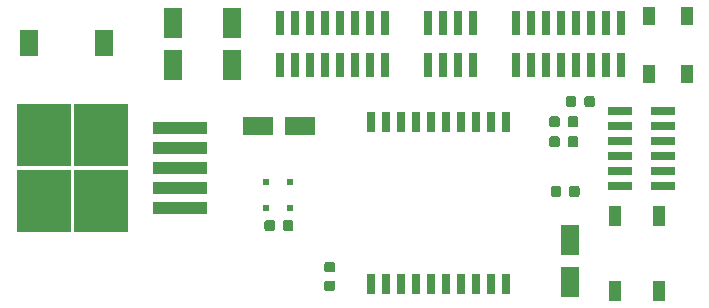
<source format=gbr>
G04 #@! TF.GenerationSoftware,KiCad,Pcbnew,5.1.0*
G04 #@! TF.CreationDate,2019-04-01T22:05:57-06:00*
G04 #@! TF.ProjectId,minisumo-FreeRTOS,6d696e69-7375-46d6-9f2d-467265655254,rev?*
G04 #@! TF.SameCoordinates,Original*
G04 #@! TF.FileFunction,Paste,Top*
G04 #@! TF.FilePolarity,Positive*
%FSLAX46Y46*%
G04 Gerber Fmt 4.6, Leading zero omitted, Abs format (unit mm)*
G04 Created by KiCad (PCBNEW 5.1.0) date 2019-04-01 22:05:57*
%MOMM*%
%LPD*%
G04 APERTURE LIST*
%ADD10R,1.500000X2.200000*%
%ADD11R,4.600000X1.100000*%
%ADD12R,4.550000X5.250000*%
%ADD13R,0.700000X1.700000*%
%ADD14R,2.600000X1.600000*%
%ADD15C,0.100000*%
%ADD16C,0.875000*%
%ADD17R,1.600000X2.600000*%
%ADD18R,0.500000X0.500000*%
%ADD19R,1.000000X1.500000*%
%ADD20R,0.750000X2.100000*%
%ADD21R,2.100000X0.750000*%
%ADD22R,1.000000X1.700000*%
G04 APERTURE END LIST*
D10*
X117700000Y-88400000D03*
X111300000Y-88400000D03*
D11*
X124150000Y-102400000D03*
X124150000Y-100700000D03*
X124150000Y-99000000D03*
X124150000Y-97300000D03*
X124150000Y-95600000D03*
D12*
X112575000Y-96225000D03*
X117425000Y-101775000D03*
X112575000Y-101775000D03*
X117425000Y-96225000D03*
D13*
X140285000Y-95150000D03*
X141555000Y-95150000D03*
X142825000Y-95150000D03*
X144095000Y-95150000D03*
X145365000Y-95150000D03*
X146635000Y-95150000D03*
X147905000Y-95150000D03*
X149175000Y-95150000D03*
X150445000Y-95150000D03*
X151715000Y-95150000D03*
X151715000Y-108850000D03*
X150445000Y-108850000D03*
X149175000Y-108850000D03*
X147905000Y-108850000D03*
X146635000Y-108850000D03*
X145365000Y-108850000D03*
X144095000Y-108850000D03*
X142825000Y-108850000D03*
X141555000Y-108850000D03*
X140285000Y-108850000D03*
D14*
X130700000Y-95500000D03*
X134300000Y-95500000D03*
D15*
G36*
X157627691Y-94626053D02*
G01*
X157648926Y-94629203D01*
X157669750Y-94634419D01*
X157689962Y-94641651D01*
X157709368Y-94650830D01*
X157727781Y-94661866D01*
X157745024Y-94674654D01*
X157760930Y-94689070D01*
X157775346Y-94704976D01*
X157788134Y-94722219D01*
X157799170Y-94740632D01*
X157808349Y-94760038D01*
X157815581Y-94780250D01*
X157820797Y-94801074D01*
X157823947Y-94822309D01*
X157825000Y-94843750D01*
X157825000Y-95356250D01*
X157823947Y-95377691D01*
X157820797Y-95398926D01*
X157815581Y-95419750D01*
X157808349Y-95439962D01*
X157799170Y-95459368D01*
X157788134Y-95477781D01*
X157775346Y-95495024D01*
X157760930Y-95510930D01*
X157745024Y-95525346D01*
X157727781Y-95538134D01*
X157709368Y-95549170D01*
X157689962Y-95558349D01*
X157669750Y-95565581D01*
X157648926Y-95570797D01*
X157627691Y-95573947D01*
X157606250Y-95575000D01*
X157168750Y-95575000D01*
X157147309Y-95573947D01*
X157126074Y-95570797D01*
X157105250Y-95565581D01*
X157085038Y-95558349D01*
X157065632Y-95549170D01*
X157047219Y-95538134D01*
X157029976Y-95525346D01*
X157014070Y-95510930D01*
X156999654Y-95495024D01*
X156986866Y-95477781D01*
X156975830Y-95459368D01*
X156966651Y-95439962D01*
X156959419Y-95419750D01*
X156954203Y-95398926D01*
X156951053Y-95377691D01*
X156950000Y-95356250D01*
X156950000Y-94843750D01*
X156951053Y-94822309D01*
X156954203Y-94801074D01*
X156959419Y-94780250D01*
X156966651Y-94760038D01*
X156975830Y-94740632D01*
X156986866Y-94722219D01*
X156999654Y-94704976D01*
X157014070Y-94689070D01*
X157029976Y-94674654D01*
X157047219Y-94661866D01*
X157065632Y-94650830D01*
X157085038Y-94641651D01*
X157105250Y-94634419D01*
X157126074Y-94629203D01*
X157147309Y-94626053D01*
X157168750Y-94625000D01*
X157606250Y-94625000D01*
X157627691Y-94626053D01*
X157627691Y-94626053D01*
G37*
D16*
X157387500Y-95100000D03*
D15*
G36*
X156052691Y-94626053D02*
G01*
X156073926Y-94629203D01*
X156094750Y-94634419D01*
X156114962Y-94641651D01*
X156134368Y-94650830D01*
X156152781Y-94661866D01*
X156170024Y-94674654D01*
X156185930Y-94689070D01*
X156200346Y-94704976D01*
X156213134Y-94722219D01*
X156224170Y-94740632D01*
X156233349Y-94760038D01*
X156240581Y-94780250D01*
X156245797Y-94801074D01*
X156248947Y-94822309D01*
X156250000Y-94843750D01*
X156250000Y-95356250D01*
X156248947Y-95377691D01*
X156245797Y-95398926D01*
X156240581Y-95419750D01*
X156233349Y-95439962D01*
X156224170Y-95459368D01*
X156213134Y-95477781D01*
X156200346Y-95495024D01*
X156185930Y-95510930D01*
X156170024Y-95525346D01*
X156152781Y-95538134D01*
X156134368Y-95549170D01*
X156114962Y-95558349D01*
X156094750Y-95565581D01*
X156073926Y-95570797D01*
X156052691Y-95573947D01*
X156031250Y-95575000D01*
X155593750Y-95575000D01*
X155572309Y-95573947D01*
X155551074Y-95570797D01*
X155530250Y-95565581D01*
X155510038Y-95558349D01*
X155490632Y-95549170D01*
X155472219Y-95538134D01*
X155454976Y-95525346D01*
X155439070Y-95510930D01*
X155424654Y-95495024D01*
X155411866Y-95477781D01*
X155400830Y-95459368D01*
X155391651Y-95439962D01*
X155384419Y-95419750D01*
X155379203Y-95398926D01*
X155376053Y-95377691D01*
X155375000Y-95356250D01*
X155375000Y-94843750D01*
X155376053Y-94822309D01*
X155379203Y-94801074D01*
X155384419Y-94780250D01*
X155391651Y-94760038D01*
X155400830Y-94740632D01*
X155411866Y-94722219D01*
X155424654Y-94704976D01*
X155439070Y-94689070D01*
X155454976Y-94674654D01*
X155472219Y-94661866D01*
X155490632Y-94650830D01*
X155510038Y-94641651D01*
X155530250Y-94634419D01*
X155551074Y-94629203D01*
X155572309Y-94626053D01*
X155593750Y-94625000D01*
X156031250Y-94625000D01*
X156052691Y-94626053D01*
X156052691Y-94626053D01*
G37*
D16*
X155812500Y-95100000D03*
D15*
G36*
X156052691Y-96326053D02*
G01*
X156073926Y-96329203D01*
X156094750Y-96334419D01*
X156114962Y-96341651D01*
X156134368Y-96350830D01*
X156152781Y-96361866D01*
X156170024Y-96374654D01*
X156185930Y-96389070D01*
X156200346Y-96404976D01*
X156213134Y-96422219D01*
X156224170Y-96440632D01*
X156233349Y-96460038D01*
X156240581Y-96480250D01*
X156245797Y-96501074D01*
X156248947Y-96522309D01*
X156250000Y-96543750D01*
X156250000Y-97056250D01*
X156248947Y-97077691D01*
X156245797Y-97098926D01*
X156240581Y-97119750D01*
X156233349Y-97139962D01*
X156224170Y-97159368D01*
X156213134Y-97177781D01*
X156200346Y-97195024D01*
X156185930Y-97210930D01*
X156170024Y-97225346D01*
X156152781Y-97238134D01*
X156134368Y-97249170D01*
X156114962Y-97258349D01*
X156094750Y-97265581D01*
X156073926Y-97270797D01*
X156052691Y-97273947D01*
X156031250Y-97275000D01*
X155593750Y-97275000D01*
X155572309Y-97273947D01*
X155551074Y-97270797D01*
X155530250Y-97265581D01*
X155510038Y-97258349D01*
X155490632Y-97249170D01*
X155472219Y-97238134D01*
X155454976Y-97225346D01*
X155439070Y-97210930D01*
X155424654Y-97195024D01*
X155411866Y-97177781D01*
X155400830Y-97159368D01*
X155391651Y-97139962D01*
X155384419Y-97119750D01*
X155379203Y-97098926D01*
X155376053Y-97077691D01*
X155375000Y-97056250D01*
X155375000Y-96543750D01*
X155376053Y-96522309D01*
X155379203Y-96501074D01*
X155384419Y-96480250D01*
X155391651Y-96460038D01*
X155400830Y-96440632D01*
X155411866Y-96422219D01*
X155424654Y-96404976D01*
X155439070Y-96389070D01*
X155454976Y-96374654D01*
X155472219Y-96361866D01*
X155490632Y-96350830D01*
X155510038Y-96341651D01*
X155530250Y-96334419D01*
X155551074Y-96329203D01*
X155572309Y-96326053D01*
X155593750Y-96325000D01*
X156031250Y-96325000D01*
X156052691Y-96326053D01*
X156052691Y-96326053D01*
G37*
D16*
X155812500Y-96800000D03*
D15*
G36*
X157627691Y-96326053D02*
G01*
X157648926Y-96329203D01*
X157669750Y-96334419D01*
X157689962Y-96341651D01*
X157709368Y-96350830D01*
X157727781Y-96361866D01*
X157745024Y-96374654D01*
X157760930Y-96389070D01*
X157775346Y-96404976D01*
X157788134Y-96422219D01*
X157799170Y-96440632D01*
X157808349Y-96460038D01*
X157815581Y-96480250D01*
X157820797Y-96501074D01*
X157823947Y-96522309D01*
X157825000Y-96543750D01*
X157825000Y-97056250D01*
X157823947Y-97077691D01*
X157820797Y-97098926D01*
X157815581Y-97119750D01*
X157808349Y-97139962D01*
X157799170Y-97159368D01*
X157788134Y-97177781D01*
X157775346Y-97195024D01*
X157760930Y-97210930D01*
X157745024Y-97225346D01*
X157727781Y-97238134D01*
X157709368Y-97249170D01*
X157689962Y-97258349D01*
X157669750Y-97265581D01*
X157648926Y-97270797D01*
X157627691Y-97273947D01*
X157606250Y-97275000D01*
X157168750Y-97275000D01*
X157147309Y-97273947D01*
X157126074Y-97270797D01*
X157105250Y-97265581D01*
X157085038Y-97258349D01*
X157065632Y-97249170D01*
X157047219Y-97238134D01*
X157029976Y-97225346D01*
X157014070Y-97210930D01*
X156999654Y-97195024D01*
X156986866Y-97177781D01*
X156975830Y-97159368D01*
X156966651Y-97139962D01*
X156959419Y-97119750D01*
X156954203Y-97098926D01*
X156951053Y-97077691D01*
X156950000Y-97056250D01*
X156950000Y-96543750D01*
X156951053Y-96522309D01*
X156954203Y-96501074D01*
X156959419Y-96480250D01*
X156966651Y-96460038D01*
X156975830Y-96440632D01*
X156986866Y-96422219D01*
X156999654Y-96404976D01*
X157014070Y-96389070D01*
X157029976Y-96374654D01*
X157047219Y-96361866D01*
X157065632Y-96350830D01*
X157085038Y-96341651D01*
X157105250Y-96334419D01*
X157126074Y-96329203D01*
X157147309Y-96326053D01*
X157168750Y-96325000D01*
X157606250Y-96325000D01*
X157627691Y-96326053D01*
X157627691Y-96326053D01*
G37*
D16*
X157387500Y-96800000D03*
D15*
G36*
X157452691Y-92926053D02*
G01*
X157473926Y-92929203D01*
X157494750Y-92934419D01*
X157514962Y-92941651D01*
X157534368Y-92950830D01*
X157552781Y-92961866D01*
X157570024Y-92974654D01*
X157585930Y-92989070D01*
X157600346Y-93004976D01*
X157613134Y-93022219D01*
X157624170Y-93040632D01*
X157633349Y-93060038D01*
X157640581Y-93080250D01*
X157645797Y-93101074D01*
X157648947Y-93122309D01*
X157650000Y-93143750D01*
X157650000Y-93656250D01*
X157648947Y-93677691D01*
X157645797Y-93698926D01*
X157640581Y-93719750D01*
X157633349Y-93739962D01*
X157624170Y-93759368D01*
X157613134Y-93777781D01*
X157600346Y-93795024D01*
X157585930Y-93810930D01*
X157570024Y-93825346D01*
X157552781Y-93838134D01*
X157534368Y-93849170D01*
X157514962Y-93858349D01*
X157494750Y-93865581D01*
X157473926Y-93870797D01*
X157452691Y-93873947D01*
X157431250Y-93875000D01*
X156993750Y-93875000D01*
X156972309Y-93873947D01*
X156951074Y-93870797D01*
X156930250Y-93865581D01*
X156910038Y-93858349D01*
X156890632Y-93849170D01*
X156872219Y-93838134D01*
X156854976Y-93825346D01*
X156839070Y-93810930D01*
X156824654Y-93795024D01*
X156811866Y-93777781D01*
X156800830Y-93759368D01*
X156791651Y-93739962D01*
X156784419Y-93719750D01*
X156779203Y-93698926D01*
X156776053Y-93677691D01*
X156775000Y-93656250D01*
X156775000Y-93143750D01*
X156776053Y-93122309D01*
X156779203Y-93101074D01*
X156784419Y-93080250D01*
X156791651Y-93060038D01*
X156800830Y-93040632D01*
X156811866Y-93022219D01*
X156824654Y-93004976D01*
X156839070Y-92989070D01*
X156854976Y-92974654D01*
X156872219Y-92961866D01*
X156890632Y-92950830D01*
X156910038Y-92941651D01*
X156930250Y-92934419D01*
X156951074Y-92929203D01*
X156972309Y-92926053D01*
X156993750Y-92925000D01*
X157431250Y-92925000D01*
X157452691Y-92926053D01*
X157452691Y-92926053D01*
G37*
D16*
X157212500Y-93400000D03*
D15*
G36*
X159027691Y-92926053D02*
G01*
X159048926Y-92929203D01*
X159069750Y-92934419D01*
X159089962Y-92941651D01*
X159109368Y-92950830D01*
X159127781Y-92961866D01*
X159145024Y-92974654D01*
X159160930Y-92989070D01*
X159175346Y-93004976D01*
X159188134Y-93022219D01*
X159199170Y-93040632D01*
X159208349Y-93060038D01*
X159215581Y-93080250D01*
X159220797Y-93101074D01*
X159223947Y-93122309D01*
X159225000Y-93143750D01*
X159225000Y-93656250D01*
X159223947Y-93677691D01*
X159220797Y-93698926D01*
X159215581Y-93719750D01*
X159208349Y-93739962D01*
X159199170Y-93759368D01*
X159188134Y-93777781D01*
X159175346Y-93795024D01*
X159160930Y-93810930D01*
X159145024Y-93825346D01*
X159127781Y-93838134D01*
X159109368Y-93849170D01*
X159089962Y-93858349D01*
X159069750Y-93865581D01*
X159048926Y-93870797D01*
X159027691Y-93873947D01*
X159006250Y-93875000D01*
X158568750Y-93875000D01*
X158547309Y-93873947D01*
X158526074Y-93870797D01*
X158505250Y-93865581D01*
X158485038Y-93858349D01*
X158465632Y-93849170D01*
X158447219Y-93838134D01*
X158429976Y-93825346D01*
X158414070Y-93810930D01*
X158399654Y-93795024D01*
X158386866Y-93777781D01*
X158375830Y-93759368D01*
X158366651Y-93739962D01*
X158359419Y-93719750D01*
X158354203Y-93698926D01*
X158351053Y-93677691D01*
X158350000Y-93656250D01*
X158350000Y-93143750D01*
X158351053Y-93122309D01*
X158354203Y-93101074D01*
X158359419Y-93080250D01*
X158366651Y-93060038D01*
X158375830Y-93040632D01*
X158386866Y-93022219D01*
X158399654Y-93004976D01*
X158414070Y-92989070D01*
X158429976Y-92974654D01*
X158447219Y-92961866D01*
X158465632Y-92950830D01*
X158485038Y-92941651D01*
X158505250Y-92934419D01*
X158526074Y-92929203D01*
X158547309Y-92926053D01*
X158568750Y-92925000D01*
X159006250Y-92925000D01*
X159027691Y-92926053D01*
X159027691Y-92926053D01*
G37*
D16*
X158787500Y-93400000D03*
D15*
G36*
X137077691Y-106976053D02*
G01*
X137098926Y-106979203D01*
X137119750Y-106984419D01*
X137139962Y-106991651D01*
X137159368Y-107000830D01*
X137177781Y-107011866D01*
X137195024Y-107024654D01*
X137210930Y-107039070D01*
X137225346Y-107054976D01*
X137238134Y-107072219D01*
X137249170Y-107090632D01*
X137258349Y-107110038D01*
X137265581Y-107130250D01*
X137270797Y-107151074D01*
X137273947Y-107172309D01*
X137275000Y-107193750D01*
X137275000Y-107631250D01*
X137273947Y-107652691D01*
X137270797Y-107673926D01*
X137265581Y-107694750D01*
X137258349Y-107714962D01*
X137249170Y-107734368D01*
X137238134Y-107752781D01*
X137225346Y-107770024D01*
X137210930Y-107785930D01*
X137195024Y-107800346D01*
X137177781Y-107813134D01*
X137159368Y-107824170D01*
X137139962Y-107833349D01*
X137119750Y-107840581D01*
X137098926Y-107845797D01*
X137077691Y-107848947D01*
X137056250Y-107850000D01*
X136543750Y-107850000D01*
X136522309Y-107848947D01*
X136501074Y-107845797D01*
X136480250Y-107840581D01*
X136460038Y-107833349D01*
X136440632Y-107824170D01*
X136422219Y-107813134D01*
X136404976Y-107800346D01*
X136389070Y-107785930D01*
X136374654Y-107770024D01*
X136361866Y-107752781D01*
X136350830Y-107734368D01*
X136341651Y-107714962D01*
X136334419Y-107694750D01*
X136329203Y-107673926D01*
X136326053Y-107652691D01*
X136325000Y-107631250D01*
X136325000Y-107193750D01*
X136326053Y-107172309D01*
X136329203Y-107151074D01*
X136334419Y-107130250D01*
X136341651Y-107110038D01*
X136350830Y-107090632D01*
X136361866Y-107072219D01*
X136374654Y-107054976D01*
X136389070Y-107039070D01*
X136404976Y-107024654D01*
X136422219Y-107011866D01*
X136440632Y-107000830D01*
X136460038Y-106991651D01*
X136480250Y-106984419D01*
X136501074Y-106979203D01*
X136522309Y-106976053D01*
X136543750Y-106975000D01*
X137056250Y-106975000D01*
X137077691Y-106976053D01*
X137077691Y-106976053D01*
G37*
D16*
X136800000Y-107412500D03*
D15*
G36*
X137077691Y-108551053D02*
G01*
X137098926Y-108554203D01*
X137119750Y-108559419D01*
X137139962Y-108566651D01*
X137159368Y-108575830D01*
X137177781Y-108586866D01*
X137195024Y-108599654D01*
X137210930Y-108614070D01*
X137225346Y-108629976D01*
X137238134Y-108647219D01*
X137249170Y-108665632D01*
X137258349Y-108685038D01*
X137265581Y-108705250D01*
X137270797Y-108726074D01*
X137273947Y-108747309D01*
X137275000Y-108768750D01*
X137275000Y-109206250D01*
X137273947Y-109227691D01*
X137270797Y-109248926D01*
X137265581Y-109269750D01*
X137258349Y-109289962D01*
X137249170Y-109309368D01*
X137238134Y-109327781D01*
X137225346Y-109345024D01*
X137210930Y-109360930D01*
X137195024Y-109375346D01*
X137177781Y-109388134D01*
X137159368Y-109399170D01*
X137139962Y-109408349D01*
X137119750Y-109415581D01*
X137098926Y-109420797D01*
X137077691Y-109423947D01*
X137056250Y-109425000D01*
X136543750Y-109425000D01*
X136522309Y-109423947D01*
X136501074Y-109420797D01*
X136480250Y-109415581D01*
X136460038Y-109408349D01*
X136440632Y-109399170D01*
X136422219Y-109388134D01*
X136404976Y-109375346D01*
X136389070Y-109360930D01*
X136374654Y-109345024D01*
X136361866Y-109327781D01*
X136350830Y-109309368D01*
X136341651Y-109289962D01*
X136334419Y-109269750D01*
X136329203Y-109248926D01*
X136326053Y-109227691D01*
X136325000Y-109206250D01*
X136325000Y-108768750D01*
X136326053Y-108747309D01*
X136329203Y-108726074D01*
X136334419Y-108705250D01*
X136341651Y-108685038D01*
X136350830Y-108665632D01*
X136361866Y-108647219D01*
X136374654Y-108629976D01*
X136389070Y-108614070D01*
X136404976Y-108599654D01*
X136422219Y-108586866D01*
X136440632Y-108575830D01*
X136460038Y-108566651D01*
X136480250Y-108559419D01*
X136501074Y-108554203D01*
X136522309Y-108551053D01*
X136543750Y-108550000D01*
X137056250Y-108550000D01*
X137077691Y-108551053D01*
X137077691Y-108551053D01*
G37*
D16*
X136800000Y-108987500D03*
D17*
X157100000Y-108700000D03*
X157100000Y-105100000D03*
D18*
X131400000Y-102400000D03*
X131400000Y-100200000D03*
X133400000Y-102400000D03*
X133400000Y-100200000D03*
D19*
X163800000Y-91050000D03*
X167000000Y-91050000D03*
X163800000Y-86150000D03*
X167000000Y-86150000D03*
D20*
X148905000Y-90300000D03*
X148905000Y-86700000D03*
X147635000Y-90300000D03*
X147635000Y-86700000D03*
X146365000Y-90300000D03*
X146365000Y-86700000D03*
X145095000Y-90300000D03*
X145095000Y-86700000D03*
D21*
X161400000Y-100575000D03*
X165000000Y-100575000D03*
X161400000Y-99305000D03*
X165000000Y-99305000D03*
X161400000Y-98035000D03*
X165000000Y-98035000D03*
X161400000Y-96765000D03*
X165000000Y-96765000D03*
X161400000Y-95495000D03*
X165000000Y-95495000D03*
X161400000Y-94225000D03*
X165000000Y-94225000D03*
D20*
X141445000Y-90300000D03*
X141445000Y-86700000D03*
X140175000Y-90300000D03*
X140175000Y-86700000D03*
X138905000Y-90300000D03*
X138905000Y-86700000D03*
X137635000Y-90300000D03*
X137635000Y-86700000D03*
X136365000Y-90300000D03*
X136365000Y-86700000D03*
X135095000Y-90300000D03*
X135095000Y-86700000D03*
X133825000Y-90300000D03*
X133825000Y-86700000D03*
X132555000Y-90300000D03*
X132555000Y-86700000D03*
D15*
G36*
X133515191Y-103426053D02*
G01*
X133536426Y-103429203D01*
X133557250Y-103434419D01*
X133577462Y-103441651D01*
X133596868Y-103450830D01*
X133615281Y-103461866D01*
X133632524Y-103474654D01*
X133648430Y-103489070D01*
X133662846Y-103504976D01*
X133675634Y-103522219D01*
X133686670Y-103540632D01*
X133695849Y-103560038D01*
X133703081Y-103580250D01*
X133708297Y-103601074D01*
X133711447Y-103622309D01*
X133712500Y-103643750D01*
X133712500Y-104156250D01*
X133711447Y-104177691D01*
X133708297Y-104198926D01*
X133703081Y-104219750D01*
X133695849Y-104239962D01*
X133686670Y-104259368D01*
X133675634Y-104277781D01*
X133662846Y-104295024D01*
X133648430Y-104310930D01*
X133632524Y-104325346D01*
X133615281Y-104338134D01*
X133596868Y-104349170D01*
X133577462Y-104358349D01*
X133557250Y-104365581D01*
X133536426Y-104370797D01*
X133515191Y-104373947D01*
X133493750Y-104375000D01*
X133056250Y-104375000D01*
X133034809Y-104373947D01*
X133013574Y-104370797D01*
X132992750Y-104365581D01*
X132972538Y-104358349D01*
X132953132Y-104349170D01*
X132934719Y-104338134D01*
X132917476Y-104325346D01*
X132901570Y-104310930D01*
X132887154Y-104295024D01*
X132874366Y-104277781D01*
X132863330Y-104259368D01*
X132854151Y-104239962D01*
X132846919Y-104219750D01*
X132841703Y-104198926D01*
X132838553Y-104177691D01*
X132837500Y-104156250D01*
X132837500Y-103643750D01*
X132838553Y-103622309D01*
X132841703Y-103601074D01*
X132846919Y-103580250D01*
X132854151Y-103560038D01*
X132863330Y-103540632D01*
X132874366Y-103522219D01*
X132887154Y-103504976D01*
X132901570Y-103489070D01*
X132917476Y-103474654D01*
X132934719Y-103461866D01*
X132953132Y-103450830D01*
X132972538Y-103441651D01*
X132992750Y-103434419D01*
X133013574Y-103429203D01*
X133034809Y-103426053D01*
X133056250Y-103425000D01*
X133493750Y-103425000D01*
X133515191Y-103426053D01*
X133515191Y-103426053D01*
G37*
D16*
X133275000Y-103900000D03*
D15*
G36*
X131940191Y-103426053D02*
G01*
X131961426Y-103429203D01*
X131982250Y-103434419D01*
X132002462Y-103441651D01*
X132021868Y-103450830D01*
X132040281Y-103461866D01*
X132057524Y-103474654D01*
X132073430Y-103489070D01*
X132087846Y-103504976D01*
X132100634Y-103522219D01*
X132111670Y-103540632D01*
X132120849Y-103560038D01*
X132128081Y-103580250D01*
X132133297Y-103601074D01*
X132136447Y-103622309D01*
X132137500Y-103643750D01*
X132137500Y-104156250D01*
X132136447Y-104177691D01*
X132133297Y-104198926D01*
X132128081Y-104219750D01*
X132120849Y-104239962D01*
X132111670Y-104259368D01*
X132100634Y-104277781D01*
X132087846Y-104295024D01*
X132073430Y-104310930D01*
X132057524Y-104325346D01*
X132040281Y-104338134D01*
X132021868Y-104349170D01*
X132002462Y-104358349D01*
X131982250Y-104365581D01*
X131961426Y-104370797D01*
X131940191Y-104373947D01*
X131918750Y-104375000D01*
X131481250Y-104375000D01*
X131459809Y-104373947D01*
X131438574Y-104370797D01*
X131417750Y-104365581D01*
X131397538Y-104358349D01*
X131378132Y-104349170D01*
X131359719Y-104338134D01*
X131342476Y-104325346D01*
X131326570Y-104310930D01*
X131312154Y-104295024D01*
X131299366Y-104277781D01*
X131288330Y-104259368D01*
X131279151Y-104239962D01*
X131271919Y-104219750D01*
X131266703Y-104198926D01*
X131263553Y-104177691D01*
X131262500Y-104156250D01*
X131262500Y-103643750D01*
X131263553Y-103622309D01*
X131266703Y-103601074D01*
X131271919Y-103580250D01*
X131279151Y-103560038D01*
X131288330Y-103540632D01*
X131299366Y-103522219D01*
X131312154Y-103504976D01*
X131326570Y-103489070D01*
X131342476Y-103474654D01*
X131359719Y-103461866D01*
X131378132Y-103450830D01*
X131397538Y-103441651D01*
X131417750Y-103434419D01*
X131438574Y-103429203D01*
X131459809Y-103426053D01*
X131481250Y-103425000D01*
X131918750Y-103425000D01*
X131940191Y-103426053D01*
X131940191Y-103426053D01*
G37*
D16*
X131700000Y-103900000D03*
D15*
G36*
X156165191Y-100526053D02*
G01*
X156186426Y-100529203D01*
X156207250Y-100534419D01*
X156227462Y-100541651D01*
X156246868Y-100550830D01*
X156265281Y-100561866D01*
X156282524Y-100574654D01*
X156298430Y-100589070D01*
X156312846Y-100604976D01*
X156325634Y-100622219D01*
X156336670Y-100640632D01*
X156345849Y-100660038D01*
X156353081Y-100680250D01*
X156358297Y-100701074D01*
X156361447Y-100722309D01*
X156362500Y-100743750D01*
X156362500Y-101256250D01*
X156361447Y-101277691D01*
X156358297Y-101298926D01*
X156353081Y-101319750D01*
X156345849Y-101339962D01*
X156336670Y-101359368D01*
X156325634Y-101377781D01*
X156312846Y-101395024D01*
X156298430Y-101410930D01*
X156282524Y-101425346D01*
X156265281Y-101438134D01*
X156246868Y-101449170D01*
X156227462Y-101458349D01*
X156207250Y-101465581D01*
X156186426Y-101470797D01*
X156165191Y-101473947D01*
X156143750Y-101475000D01*
X155706250Y-101475000D01*
X155684809Y-101473947D01*
X155663574Y-101470797D01*
X155642750Y-101465581D01*
X155622538Y-101458349D01*
X155603132Y-101449170D01*
X155584719Y-101438134D01*
X155567476Y-101425346D01*
X155551570Y-101410930D01*
X155537154Y-101395024D01*
X155524366Y-101377781D01*
X155513330Y-101359368D01*
X155504151Y-101339962D01*
X155496919Y-101319750D01*
X155491703Y-101298926D01*
X155488553Y-101277691D01*
X155487500Y-101256250D01*
X155487500Y-100743750D01*
X155488553Y-100722309D01*
X155491703Y-100701074D01*
X155496919Y-100680250D01*
X155504151Y-100660038D01*
X155513330Y-100640632D01*
X155524366Y-100622219D01*
X155537154Y-100604976D01*
X155551570Y-100589070D01*
X155567476Y-100574654D01*
X155584719Y-100561866D01*
X155603132Y-100550830D01*
X155622538Y-100541651D01*
X155642750Y-100534419D01*
X155663574Y-100529203D01*
X155684809Y-100526053D01*
X155706250Y-100525000D01*
X156143750Y-100525000D01*
X156165191Y-100526053D01*
X156165191Y-100526053D01*
G37*
D16*
X155925000Y-101000000D03*
D15*
G36*
X157740191Y-100526053D02*
G01*
X157761426Y-100529203D01*
X157782250Y-100534419D01*
X157802462Y-100541651D01*
X157821868Y-100550830D01*
X157840281Y-100561866D01*
X157857524Y-100574654D01*
X157873430Y-100589070D01*
X157887846Y-100604976D01*
X157900634Y-100622219D01*
X157911670Y-100640632D01*
X157920849Y-100660038D01*
X157928081Y-100680250D01*
X157933297Y-100701074D01*
X157936447Y-100722309D01*
X157937500Y-100743750D01*
X157937500Y-101256250D01*
X157936447Y-101277691D01*
X157933297Y-101298926D01*
X157928081Y-101319750D01*
X157920849Y-101339962D01*
X157911670Y-101359368D01*
X157900634Y-101377781D01*
X157887846Y-101395024D01*
X157873430Y-101410930D01*
X157857524Y-101425346D01*
X157840281Y-101438134D01*
X157821868Y-101449170D01*
X157802462Y-101458349D01*
X157782250Y-101465581D01*
X157761426Y-101470797D01*
X157740191Y-101473947D01*
X157718750Y-101475000D01*
X157281250Y-101475000D01*
X157259809Y-101473947D01*
X157238574Y-101470797D01*
X157217750Y-101465581D01*
X157197538Y-101458349D01*
X157178132Y-101449170D01*
X157159719Y-101438134D01*
X157142476Y-101425346D01*
X157126570Y-101410930D01*
X157112154Y-101395024D01*
X157099366Y-101377781D01*
X157088330Y-101359368D01*
X157079151Y-101339962D01*
X157071919Y-101319750D01*
X157066703Y-101298926D01*
X157063553Y-101277691D01*
X157062500Y-101256250D01*
X157062500Y-100743750D01*
X157063553Y-100722309D01*
X157066703Y-100701074D01*
X157071919Y-100680250D01*
X157079151Y-100660038D01*
X157088330Y-100640632D01*
X157099366Y-100622219D01*
X157112154Y-100604976D01*
X157126570Y-100589070D01*
X157142476Y-100574654D01*
X157159719Y-100561866D01*
X157178132Y-100550830D01*
X157197538Y-100541651D01*
X157217750Y-100534419D01*
X157238574Y-100529203D01*
X157259809Y-100526053D01*
X157281250Y-100525000D01*
X157718750Y-100525000D01*
X157740191Y-100526053D01*
X157740191Y-100526053D01*
G37*
D16*
X157500000Y-101000000D03*
D22*
X164700000Y-103100000D03*
X164700000Y-109400000D03*
X160900000Y-103100000D03*
X160900000Y-109400000D03*
D20*
X152555000Y-86700000D03*
X152555000Y-90300000D03*
X153825000Y-86700000D03*
X153825000Y-90300000D03*
X155095000Y-86700000D03*
X155095000Y-90300000D03*
X156365000Y-86700000D03*
X156365000Y-90300000D03*
X157635000Y-86700000D03*
X157635000Y-90300000D03*
X158905000Y-86700000D03*
X158905000Y-90300000D03*
X160175000Y-86700000D03*
X160175000Y-90300000D03*
X161445000Y-86700000D03*
X161445000Y-90300000D03*
D17*
X123500000Y-90300000D03*
X123500000Y-86700000D03*
X128500000Y-90300000D03*
X128500000Y-86700000D03*
M02*

</source>
